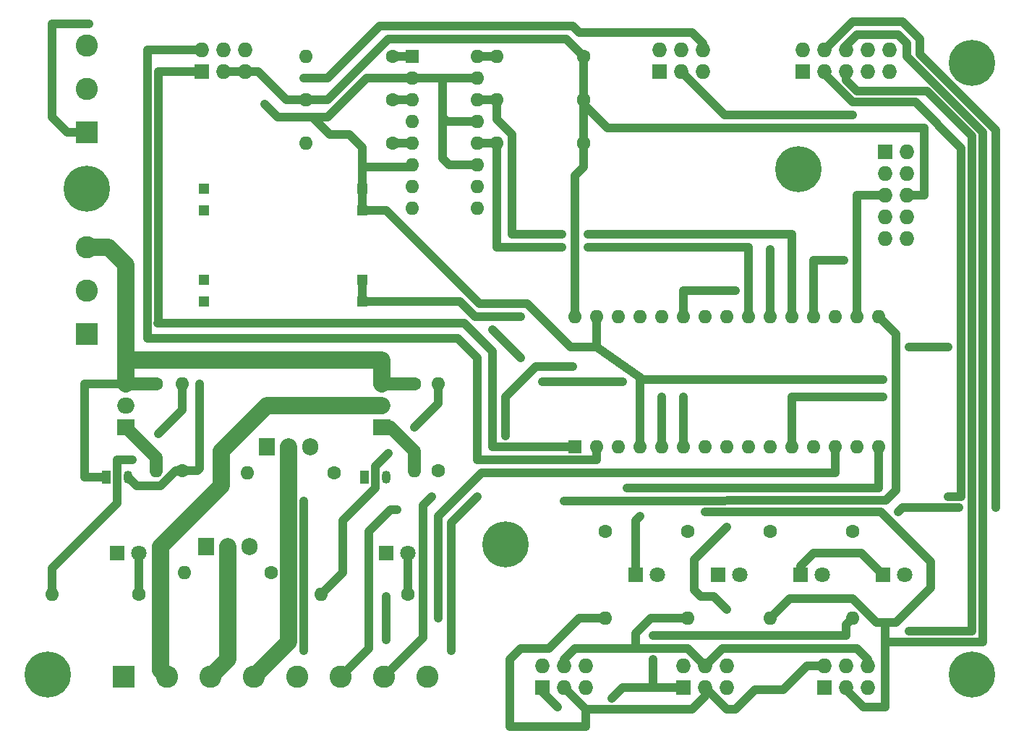
<source format=gbl>
G04 #@! TF.FileFunction,Copper,L2,Bot,Signal*
%FSLAX46Y46*%
G04 Gerber Fmt 4.6, Leading zero omitted, Abs format (unit mm)*
G04 Created by KiCad (PCBNEW 4.0.7) date Sun Dec 23 23:36:25 2018*
%MOMM*%
%LPD*%
G01*
G04 APERTURE LIST*
%ADD10C,0.100000*%
%ADD11C,5.400000*%
%ADD12R,1.600000X1.600000*%
%ADD13O,1.600000X1.600000*%
%ADD14R,1.727200X1.727200*%
%ADD15O,1.727200X1.727200*%
%ADD16R,2.600000X2.600000*%
%ADD17C,2.600000*%
%ADD18O,1.050000X1.500000*%
%ADD19R,1.050000X1.500000*%
%ADD20R,2.000000X1.905000*%
%ADD21O,2.000000X1.905000*%
%ADD22C,1.600000*%
%ADD23R,1.308000X1.308000*%
%ADD24R,1.800000X1.800000*%
%ADD25C,1.800000*%
%ADD26R,1.905000X2.000000*%
%ADD27O,1.905000X2.000000*%
%ADD28C,0.600000*%
%ADD29C,1.000000*%
%ADD30C,2.000000*%
%ADD31C,1.500000*%
G04 APERTURE END LIST*
D10*
D11*
X96520000Y-83566000D03*
D12*
X153670000Y-113792000D03*
D13*
X186690000Y-98552000D03*
X156210000Y-113792000D03*
X184150000Y-98552000D03*
X158750000Y-113792000D03*
X181610000Y-98552000D03*
X161290000Y-113792000D03*
X179070000Y-98552000D03*
X163830000Y-113792000D03*
X176530000Y-98552000D03*
X166370000Y-113792000D03*
X173990000Y-98552000D03*
X168910000Y-113792000D03*
X171450000Y-98552000D03*
X171450000Y-113792000D03*
X168910000Y-98552000D03*
X173990000Y-113792000D03*
X166370000Y-98552000D03*
X176530000Y-113792000D03*
X163830000Y-98552000D03*
X179070000Y-113792000D03*
X161290000Y-98552000D03*
X181610000Y-113792000D03*
X158750000Y-98552000D03*
X184150000Y-113792000D03*
X156210000Y-98552000D03*
X186690000Y-113792000D03*
X153670000Y-98552000D03*
X189230000Y-113792000D03*
X189230000Y-98552000D03*
D14*
X149860000Y-141986000D03*
D15*
X149860000Y-139446000D03*
X152400000Y-141986000D03*
X152400000Y-139446000D03*
X154940000Y-141986000D03*
X154940000Y-139446000D03*
D14*
X182880000Y-141986000D03*
D15*
X182880000Y-139446000D03*
X185420000Y-141986000D03*
X185420000Y-139446000D03*
X187960000Y-141986000D03*
X187960000Y-139446000D03*
D14*
X180340000Y-69850000D03*
D15*
X180340000Y-67310000D03*
X182880000Y-69850000D03*
X182880000Y-67310000D03*
X185420000Y-69850000D03*
X185420000Y-67310000D03*
X187960000Y-69850000D03*
X187960000Y-67310000D03*
X190500000Y-69850000D03*
X190500000Y-67310000D03*
D14*
X163576000Y-69850000D03*
D15*
X163576000Y-67310000D03*
X166116000Y-69850000D03*
X166116000Y-67310000D03*
X168656000Y-69850000D03*
X168656000Y-67310000D03*
D14*
X189992000Y-79248000D03*
D15*
X192532000Y-79248000D03*
X189992000Y-81788000D03*
X192532000Y-81788000D03*
X189992000Y-84328000D03*
X192532000Y-84328000D03*
X189992000Y-86868000D03*
X192532000Y-86868000D03*
X189992000Y-89408000D03*
X192532000Y-89408000D03*
D14*
X109982000Y-69850000D03*
D15*
X109982000Y-67310000D03*
X112522000Y-69850000D03*
X112522000Y-67310000D03*
X115062000Y-69850000D03*
X115062000Y-67310000D03*
D14*
X166370000Y-141986000D03*
D15*
X166370000Y-139446000D03*
X168910000Y-141986000D03*
X168910000Y-139446000D03*
X171450000Y-141986000D03*
X171450000Y-139446000D03*
D16*
X96520000Y-100584000D03*
D17*
X96520000Y-95504000D03*
X96520000Y-90424000D03*
D16*
X100838000Y-140716000D03*
D17*
X105918000Y-140716000D03*
X110998000Y-140716000D03*
X116078000Y-140716000D03*
X121158000Y-140716000D03*
X126238000Y-140716000D03*
X131318000Y-140716000D03*
X136398000Y-140716000D03*
D18*
X100076000Y-117348000D03*
X101346000Y-117348000D03*
D19*
X98806000Y-117348000D03*
D20*
X101092000Y-111506000D03*
D21*
X101092000Y-108966000D03*
X101092000Y-106426000D03*
D18*
X130302000Y-117348000D03*
X131572000Y-117348000D03*
D19*
X129032000Y-117348000D03*
D20*
X131064000Y-111506000D03*
D21*
X131064000Y-108966000D03*
X131064000Y-106426000D03*
D22*
X132334000Y-68072000D03*
D13*
X122174000Y-68072000D03*
D22*
X132334000Y-73152000D03*
D13*
X122174000Y-73152000D03*
D22*
X154686000Y-68072000D03*
D13*
X144526000Y-68072000D03*
D22*
X154686000Y-78232000D03*
D13*
X144526000Y-78232000D03*
D22*
X107696000Y-116586000D03*
D13*
X107696000Y-106426000D03*
D22*
X104648000Y-106426000D03*
D13*
X104648000Y-116586000D03*
D22*
X137668000Y-116586000D03*
D13*
X137668000Y-106426000D03*
D22*
X134874000Y-106426000D03*
D13*
X134874000Y-116586000D03*
D22*
X154686000Y-73152000D03*
D13*
X144526000Y-73152000D03*
D23*
X110236000Y-83566000D03*
X110236000Y-86106000D03*
X110236000Y-94234000D03*
X110236000Y-96774000D03*
X128778000Y-96774000D03*
X128778000Y-94234000D03*
X128778000Y-86106000D03*
X128778000Y-83566000D03*
D12*
X134620000Y-68072000D03*
D13*
X142240000Y-85852000D03*
X134620000Y-70612000D03*
X142240000Y-83312000D03*
X134620000Y-73152000D03*
X142240000Y-80772000D03*
X134620000Y-75692000D03*
X142240000Y-78232000D03*
X134620000Y-78232000D03*
X142240000Y-75692000D03*
X134620000Y-80772000D03*
X142240000Y-73152000D03*
X134620000Y-83312000D03*
X142240000Y-70612000D03*
X134620000Y-85852000D03*
X142240000Y-68072000D03*
D11*
X200152000Y-68834000D03*
X200152000Y-140462000D03*
X91948000Y-140462000D03*
X179832000Y-81280000D03*
X145542000Y-125222000D03*
D24*
X170434000Y-128778000D03*
D25*
X172974000Y-128778000D03*
D24*
X189738000Y-128778000D03*
D25*
X192278000Y-128778000D03*
D24*
X160782000Y-128778000D03*
D25*
X163322000Y-128778000D03*
D24*
X180086000Y-128778000D03*
D25*
X182626000Y-128778000D03*
D24*
X131572000Y-126238000D03*
D25*
X134112000Y-126238000D03*
D24*
X100076000Y-126238000D03*
D25*
X102616000Y-126238000D03*
D22*
X166878000Y-123698000D03*
D13*
X166878000Y-133858000D03*
D22*
X186182000Y-123698000D03*
D13*
X186182000Y-133858000D03*
D22*
X157226000Y-123698000D03*
D13*
X157226000Y-133858000D03*
D22*
X176530000Y-123698000D03*
D13*
X176530000Y-133858000D03*
D22*
X134112000Y-131064000D03*
D13*
X123952000Y-131064000D03*
D22*
X102616000Y-131064000D03*
D13*
X92456000Y-131064000D03*
D26*
X117602000Y-113792000D03*
D27*
X120142000Y-113792000D03*
X122682000Y-113792000D03*
D26*
X110490000Y-125476000D03*
D27*
X113030000Y-125476000D03*
X115570000Y-125476000D03*
D22*
X125476000Y-116840000D03*
D13*
X115316000Y-116840000D03*
D22*
X118110000Y-128524000D03*
D13*
X107950000Y-128524000D03*
D22*
X132334000Y-78232000D03*
D13*
X122174000Y-78232000D03*
D16*
X96520000Y-76962000D03*
D17*
X96520000Y-71882000D03*
X96520000Y-66802000D03*
D28*
X185166000Y-91948000D03*
X117348000Y-73660000D03*
X131572000Y-136398000D03*
X131572000Y-131318000D03*
X161290000Y-121920000D03*
X189738000Y-105918000D03*
X155194000Y-88900000D03*
X152146000Y-88900000D03*
X163830000Y-107950000D03*
X176530000Y-90678000D03*
X186182000Y-74930000D03*
X166370000Y-107950000D03*
X159258000Y-106172000D03*
X149860000Y-106172000D03*
X155194000Y-90424000D03*
X152146000Y-90424000D03*
X168910000Y-121412000D03*
X197358000Y-102108000D03*
X192786000Y-102108000D03*
X171450000Y-137414000D03*
X171450000Y-123190000D03*
X171450000Y-132842000D03*
X197358000Y-119634000D03*
X192786000Y-135382000D03*
X173990000Y-135890000D03*
X162814000Y-135890000D03*
X162814000Y-138684000D03*
X185420000Y-135890000D03*
X157988000Y-143256000D03*
X151638000Y-144272000D03*
X172466000Y-95504000D03*
X191516000Y-121412000D03*
X198628000Y-120904000D03*
X202946000Y-120904000D03*
X189738000Y-107950000D03*
X137668000Y-133858000D03*
X147320000Y-103378000D03*
X144018000Y-100076000D03*
X153670000Y-92710000D03*
X147320000Y-98552000D03*
X126238000Y-71628000D03*
X159766000Y-118618000D03*
X131826000Y-114554000D03*
X134874000Y-111506000D03*
X152400000Y-120142000D03*
X101854000Y-115316000D03*
X104902000Y-112268000D03*
X96774000Y-64262000D03*
X109728000Y-106426000D03*
X132842000Y-121158000D03*
X136906000Y-119634000D03*
X121920000Y-70612000D03*
X121920000Y-120142000D03*
X121920000Y-137668000D03*
X139192000Y-137668000D03*
X142240000Y-119634000D03*
X145542000Y-112522000D03*
X153416000Y-104394000D03*
D29*
X105918000Y-99314000D02*
X104832002Y-99314000D01*
X144018000Y-102616000D02*
X140716000Y-99314000D01*
X140716000Y-99314000D02*
X105918000Y-99314000D01*
X153670000Y-113792000D02*
X144018000Y-113792000D01*
X144018000Y-113792000D02*
X144018000Y-102616000D01*
X104902000Y-69850000D02*
X109982000Y-69850000D01*
X104902000Y-99244002D02*
X104902000Y-69850000D01*
X104832002Y-99314000D02*
X104902000Y-99244002D01*
X189992000Y-84328000D02*
X186690000Y-84328000D01*
X186690000Y-84328000D02*
X186690000Y-98552000D01*
X103632000Y-93218000D02*
X103632000Y-67310000D01*
X156210000Y-113792000D02*
X156210000Y-115316000D01*
X139954000Y-101092000D02*
X103632000Y-101092000D01*
X142240000Y-103378000D02*
X139954000Y-101092000D01*
X142240000Y-107950000D02*
X142240000Y-103378000D01*
X142257259Y-115315960D02*
X142240000Y-107950000D01*
X156210000Y-115316000D02*
X142257259Y-115315960D01*
X103632000Y-101092000D02*
X103632000Y-93218000D01*
X103632000Y-67310000D02*
X109982000Y-67310000D01*
X181610000Y-98552000D02*
X181610000Y-91948000D01*
X181610000Y-91948000D02*
X185166000Y-91948000D01*
X128778000Y-86106000D02*
X131572000Y-86106000D01*
X153162000Y-102108000D02*
X156210000Y-102108000D01*
X148082000Y-97028000D02*
X153162000Y-102108000D01*
X142494000Y-97028000D02*
X148082000Y-97028000D01*
X131572000Y-86106000D02*
X142494000Y-97028000D01*
X128778000Y-86106000D02*
X128778000Y-83566000D01*
X128778000Y-83566000D02*
X128778000Y-81026000D01*
X122936000Y-75184000D02*
X118872000Y-75184000D01*
X118872000Y-75184000D02*
X117348000Y-73660000D01*
X128778000Y-81026000D02*
X134366000Y-81026000D01*
X134366000Y-81026000D02*
X134620000Y-80772000D01*
X180086000Y-128778000D02*
X180086000Y-127762000D01*
X187198000Y-126238000D02*
X189738000Y-128778000D01*
X181610000Y-126238000D02*
X187198000Y-126238000D01*
X180086000Y-127762000D02*
X181610000Y-126238000D01*
X131572000Y-131318000D02*
X131572000Y-136398000D01*
X160782000Y-122428000D02*
X160782000Y-128778000D01*
X161290000Y-121920000D02*
X160782000Y-122428000D01*
X128778000Y-81026000D02*
X128778000Y-78740000D01*
X124968000Y-77216000D02*
X122936000Y-75184000D01*
X127254000Y-77216000D02*
X124968000Y-77216000D01*
X128778000Y-78740000D02*
X127254000Y-77216000D01*
X161290000Y-105918000D02*
X189738000Y-105918000D01*
X161290000Y-113792000D02*
X161290000Y-105918000D01*
X161290000Y-105918000D02*
X161290000Y-105664000D01*
X161290000Y-105664000D02*
X156210000Y-102108000D01*
X156210000Y-98552000D02*
X156210000Y-102108000D01*
X129286000Y-70612000D02*
X124714000Y-75184000D01*
X134620000Y-70612000D02*
X129286000Y-70612000D01*
X124714000Y-75184000D02*
X122936000Y-75184000D01*
X142240000Y-80772000D02*
X138938000Y-80772000D01*
X138176000Y-80010000D02*
X138176000Y-75184000D01*
X138938000Y-80772000D02*
X138176000Y-80010000D01*
X142240000Y-75692000D02*
X138684000Y-75692000D01*
X138176000Y-75184000D02*
X138176000Y-70612000D01*
X138684000Y-75692000D02*
X138176000Y-75184000D01*
X134620000Y-70612000D02*
X138176000Y-70612000D01*
X138176000Y-70612000D02*
X142240000Y-70612000D01*
X146304000Y-88900000D02*
X152146000Y-88900000D01*
X144526000Y-75438000D02*
X146304000Y-77216000D01*
X146304000Y-77216000D02*
X146304000Y-88900000D01*
X144526000Y-73152000D02*
X144526000Y-75438000D01*
X179070000Y-88900000D02*
X179070000Y-98552000D01*
X155194000Y-88900000D02*
X179070000Y-88900000D01*
X142240000Y-73152000D02*
X144526000Y-73152000D01*
X163830000Y-113792000D02*
X163830000Y-107950000D01*
X186182000Y-74930000D02*
X171196000Y-74930000D01*
X176530000Y-98552000D02*
X176530000Y-90678000D01*
X171196000Y-74930000D02*
X166116000Y-69850000D01*
X166370000Y-107950000D02*
X166370000Y-113792000D01*
X149860000Y-106172000D02*
X159258000Y-106172000D01*
X144526000Y-78232000D02*
X144526000Y-90424000D01*
X173990000Y-90424000D02*
X173990000Y-98552000D01*
X155194000Y-90424000D02*
X173990000Y-90424000D01*
X144526000Y-90424000D02*
X152146000Y-90424000D01*
X142240000Y-78232000D02*
X144526000Y-78232000D01*
X177800000Y-132588000D02*
X178816000Y-131572000D01*
X188976000Y-134366000D02*
X187198000Y-132588000D01*
X176530000Y-133858000D02*
X177800000Y-132588000D01*
X188976000Y-134366000D02*
X189992000Y-134366000D01*
X186182000Y-131572000D02*
X187198000Y-132588000D01*
X178816000Y-131572000D02*
X186182000Y-131572000D01*
X201422000Y-78232000D02*
X201422000Y-91186000D01*
X201422000Y-91186000D02*
X201422000Y-136652000D01*
X201422000Y-136652000D02*
X189992000Y-136652000D01*
X189992000Y-134366000D02*
X191262000Y-134366000D01*
X195326000Y-127254000D02*
X189484000Y-121412000D01*
X195326000Y-130302000D02*
X195326000Y-127254000D01*
X191262000Y-134366000D02*
X195326000Y-130302000D01*
X201422000Y-78232000D02*
X201422000Y-76962000D01*
X186690000Y-65532000D02*
X185420000Y-66802000D01*
X186690000Y-65532000D02*
X191516000Y-65532000D01*
X191516000Y-65532000D02*
X192532000Y-66548000D01*
X192532000Y-68072000D02*
X192532000Y-66548000D01*
X201422000Y-76962000D02*
X192532000Y-68072000D01*
X201422000Y-77908002D02*
X201422000Y-78232000D01*
X189992000Y-134366000D02*
X189992000Y-136652000D01*
X189992000Y-136652000D02*
X189992000Y-137922000D01*
X185420000Y-67310000D02*
X185420000Y-66802000D01*
X168910000Y-121412000D02*
X189484000Y-121412000D01*
X187452000Y-144272000D02*
X185420000Y-142240000D01*
X189992000Y-144272000D02*
X187452000Y-144272000D01*
X189992000Y-134366000D02*
X189992000Y-137922000D01*
X189992000Y-137922000D02*
X189992000Y-144272000D01*
X185420000Y-142240000D02*
X185420000Y-141986000D01*
X185420000Y-141986000D02*
X185420000Y-142240000D01*
X197358000Y-102108000D02*
X192786000Y-102108000D01*
X160782000Y-137414000D02*
X160782000Y-135636000D01*
X160782000Y-135636000D02*
X162560000Y-133858000D01*
X162560000Y-133858000D02*
X166878000Y-133858000D01*
X167640000Y-127000000D02*
X171450000Y-123190000D01*
X167640000Y-130556000D02*
X167640000Y-127000000D01*
X168402000Y-131318000D02*
X167640000Y-130556000D01*
X169926000Y-131318000D02*
X168402000Y-131318000D01*
X171450000Y-132842000D02*
X169926000Y-131318000D01*
X193548000Y-73406000D02*
X198951998Y-78809998D01*
X198951998Y-78809998D02*
X198951998Y-119634000D01*
X198951998Y-119634000D02*
X197358000Y-119634000D01*
X186182000Y-73406000D02*
X182880000Y-70104000D01*
X186182000Y-73406000D02*
X193548000Y-73406000D01*
X182880000Y-69850000D02*
X182880000Y-70104000D01*
X187960000Y-139446000D02*
X187960000Y-138684000D01*
X187960000Y-138684000D02*
X186690000Y-137414000D01*
X186690000Y-137414000D02*
X171450000Y-137414000D01*
X171450000Y-137414000D02*
X170942000Y-137414000D01*
X170942000Y-137414000D02*
X168910000Y-139446000D01*
X152400000Y-139446000D02*
X152400000Y-138684000D01*
X152400000Y-138684000D02*
X153670000Y-137414000D01*
X153670000Y-137414000D02*
X156972000Y-137414000D01*
X156972000Y-137414000D02*
X160782000Y-137414000D01*
X160782000Y-137414000D02*
X166878000Y-137414000D01*
X166878000Y-137414000D02*
X168910000Y-139446000D01*
X185420000Y-135890000D02*
X185420000Y-134620000D01*
X185420000Y-134620000D02*
X186182000Y-133858000D01*
X200152000Y-78486000D02*
X200152000Y-91440000D01*
X200152000Y-91440000D02*
X200152000Y-135382000D01*
X200152000Y-135382000D02*
X192786000Y-135382000D01*
X200152000Y-78486000D02*
X200152000Y-77389060D01*
X185420000Y-70866000D02*
X186690000Y-72136000D01*
X186690000Y-72136000D02*
X191516000Y-72136000D01*
X185420000Y-70866000D02*
X185420000Y-69850000D01*
X194898940Y-72136000D02*
X191516000Y-72136000D01*
X200152000Y-77389060D02*
X194898940Y-72136000D01*
X200152000Y-78416002D02*
X200152000Y-78486000D01*
X162814000Y-138684000D02*
X162814000Y-141986000D01*
X173990000Y-135890000D02*
X162814000Y-135890000D01*
X162814000Y-141986000D02*
X162560000Y-141986000D01*
X173990000Y-135890000D02*
X185420000Y-135890000D01*
X149860000Y-141986000D02*
X149860000Y-142494000D01*
X149860000Y-142494000D02*
X151638000Y-144272000D01*
X159258000Y-141986000D02*
X162560000Y-141986000D01*
X157988000Y-143256000D02*
X159258000Y-141986000D01*
X162560000Y-141986000D02*
X166370000Y-141986000D01*
X166370000Y-98552000D02*
X166370000Y-95504000D01*
X166370000Y-95504000D02*
X172466000Y-95504000D01*
X154940000Y-144526000D02*
X154940000Y-146558000D01*
X154178000Y-133858000D02*
X157226000Y-133858000D01*
X150622000Y-137414000D02*
X154178000Y-133858000D01*
X147320000Y-137414000D02*
X150622000Y-137414000D01*
X146050000Y-138684000D02*
X147320000Y-137414000D01*
X146050000Y-146558000D02*
X146050000Y-138684000D01*
X154940000Y-146558000D02*
X146050000Y-146558000D01*
X202946000Y-76708000D02*
X194056000Y-67818000D01*
X194056000Y-67818000D02*
X194056000Y-66040000D01*
X191516000Y-121412000D02*
X192024000Y-120904000D01*
X186182000Y-64008000D02*
X192024000Y-64008000D01*
X192024000Y-64008000D02*
X194056000Y-66040000D01*
X182880000Y-67310000D02*
X186182000Y-64008000D01*
X202946000Y-77470000D02*
X202946000Y-120904000D01*
X192024000Y-120904000D02*
X198628000Y-120904000D01*
X202946000Y-77470000D02*
X202946000Y-76708000D01*
X182880000Y-139446000D02*
X180848000Y-139446000D01*
X171450000Y-144526000D02*
X168910000Y-141986000D01*
X172466000Y-144526000D02*
X171450000Y-144526000D01*
X174752000Y-142240000D02*
X172466000Y-144526000D01*
X178054000Y-142240000D02*
X174752000Y-142240000D01*
X180848000Y-139446000D02*
X178054000Y-142240000D01*
X168910000Y-141986000D02*
X168910000Y-143002000D01*
X154940000Y-144526000D02*
X152400000Y-141986000D01*
X167386000Y-144526000D02*
X154940000Y-144526000D01*
X168910000Y-143002000D02*
X167386000Y-144526000D01*
X179070000Y-107950000D02*
X189738000Y-107950000D01*
X179070000Y-113792000D02*
X179070000Y-107950000D01*
X184150000Y-113792000D02*
X184150000Y-116840000D01*
X137668000Y-121920000D02*
X137668000Y-133858000D01*
X142748000Y-116840000D02*
X137668000Y-121920000D01*
X184150000Y-116840000D02*
X142748000Y-116840000D01*
X144018000Y-100076000D02*
X147320000Y-103378000D01*
X142240000Y-68072000D02*
X144526000Y-68072000D01*
X115062000Y-69850000D02*
X116586000Y-69850000D01*
X119888000Y-73152000D02*
X122174000Y-73152000D01*
X116586000Y-69850000D02*
X119888000Y-73152000D01*
X128778000Y-96774000D02*
X140208000Y-96774000D01*
X153670000Y-92710000D02*
X153670000Y-92964000D01*
X141986000Y-98552000D02*
X147320000Y-98552000D01*
X140208000Y-96774000D02*
X141986000Y-98552000D01*
X128778000Y-94234000D02*
X128778000Y-96774000D01*
X115062000Y-69850000D02*
X112522000Y-69850000D01*
X192532000Y-84328000D02*
X194564000Y-84328000D01*
X157480000Y-76454000D02*
X154686000Y-73660000D01*
X194564000Y-76454000D02*
X157480000Y-76454000D01*
X194564000Y-84328000D02*
X194564000Y-76454000D01*
X154686000Y-73660000D02*
X154686000Y-73152000D01*
X153670000Y-98552000D02*
X153670000Y-92964000D01*
X153670000Y-92964000D02*
X153670000Y-82042000D01*
X154686000Y-81026000D02*
X154686000Y-78232000D01*
X153670000Y-82042000D02*
X154686000Y-81026000D01*
X122174000Y-73152000D02*
X124714000Y-73152000D01*
X124714000Y-73152000D02*
X126238000Y-71628000D01*
X152654000Y-66040000D02*
X154686000Y-68072000D01*
X131826000Y-66040000D02*
X152654000Y-66040000D01*
X126238000Y-71628000D02*
X131826000Y-66040000D01*
X154686000Y-73152000D02*
X154686000Y-68072000D01*
X154686000Y-78232000D02*
X154686000Y-73152000D01*
X159766000Y-118618000D02*
X189230000Y-118618000D01*
X189230000Y-113792000D02*
X189230000Y-118618000D01*
X130302000Y-117348000D02*
X130302000Y-118618000D01*
X126492000Y-128524000D02*
X123952000Y-131064000D01*
X126492000Y-122428000D02*
X126492000Y-128524000D01*
X130302000Y-118618000D02*
X126492000Y-122428000D01*
X137668000Y-106426000D02*
X137668000Y-108712000D01*
X130302000Y-116078000D02*
X130302000Y-117348000D01*
X131826000Y-114554000D02*
X130302000Y-116078000D01*
X137668000Y-108712000D02*
X134874000Y-111506000D01*
X191262000Y-118872000D02*
X191262000Y-100584000D01*
X190119000Y-120015000D02*
X191262000Y-118872000D01*
X152400000Y-120142000D02*
X190119000Y-120015000D01*
X189230000Y-98552000D02*
X191262000Y-100584000D01*
X100076000Y-117348000D02*
X100076000Y-120396000D01*
X100076000Y-120396000D02*
X92456000Y-128016000D01*
X92456000Y-128016000D02*
X92456000Y-131064000D01*
X107696000Y-106426000D02*
X107696000Y-109474000D01*
X100076000Y-115316000D02*
X100076000Y-117348000D01*
X101854000Y-115316000D02*
X100076000Y-115316000D01*
X107696000Y-109474000D02*
X104902000Y-112268000D01*
X94234000Y-76962000D02*
X96520000Y-76962000D01*
X92456000Y-75184000D02*
X94234000Y-76962000D01*
X92456000Y-64262000D02*
X92456000Y-75184000D01*
X96774000Y-64262000D02*
X92456000Y-64262000D01*
X107696000Y-116586000D02*
X109474000Y-116586000D01*
X109474000Y-116586000D02*
X109728000Y-116332000D01*
X109728000Y-116332000D02*
X109728000Y-106426000D01*
X137668000Y-116586000D02*
X137668000Y-116840000D01*
X107696000Y-116586000D02*
X106934000Y-116586000D01*
X106934000Y-116586000D02*
X105156000Y-118364000D01*
X105156000Y-118364000D02*
X102362000Y-118364000D01*
X102362000Y-118364000D02*
X101346000Y-117348000D01*
D30*
X96520000Y-90424000D02*
X99060000Y-90424000D01*
X101092000Y-95758000D02*
X101092000Y-103378000D01*
X101092000Y-103378000D02*
X101346000Y-103632000D01*
X101092000Y-92456000D02*
X101092000Y-95758000D01*
X99060000Y-90424000D02*
X101092000Y-92456000D01*
X116332000Y-103632000D02*
X116078000Y-103632000D01*
X116078000Y-103632000D02*
X131064000Y-103632000D01*
X101346000Y-103632000D02*
X116078000Y-103632000D01*
X101092000Y-103632000D02*
X101346000Y-103886000D01*
X101346000Y-103886000D02*
X101346000Y-103632000D01*
X101092000Y-106426000D02*
X101092000Y-103632000D01*
X131064000Y-106426000D02*
X131064000Y-103632000D01*
D31*
X131064000Y-106426000D02*
X134874000Y-106426000D01*
D29*
X98806000Y-117348000D02*
X96266000Y-117348000D01*
X96266000Y-106426000D02*
X101092000Y-106426000D01*
X96266000Y-117348000D02*
X96266000Y-106426000D01*
D31*
X104648000Y-106426000D02*
X101092000Y-106426000D01*
D30*
X131064000Y-108966000D02*
X117602000Y-108966000D01*
X105156000Y-125476000D02*
X105156000Y-139954000D01*
X112268000Y-118364000D02*
X105156000Y-125476000D01*
X112268000Y-114300000D02*
X112268000Y-118364000D01*
X117602000Y-108966000D02*
X112268000Y-114300000D01*
X105156000Y-139954000D02*
X105918000Y-140716000D01*
X113030000Y-125476000D02*
X113030000Y-138684000D01*
X113030000Y-138684000D02*
X110998000Y-140716000D01*
D29*
X132842000Y-121158000D02*
X132080000Y-121158000D01*
X129540000Y-137414000D02*
X126238000Y-140716000D01*
X129540000Y-123698000D02*
X129540000Y-137414000D01*
X132080000Y-121158000D02*
X129540000Y-123698000D01*
X135890000Y-136144000D02*
X131318000Y-140716000D01*
X135890000Y-120650000D02*
X135890000Y-136144000D01*
X136906000Y-119634000D02*
X135890000Y-120650000D01*
D31*
X104648000Y-116586000D02*
X104648000Y-115062000D01*
X104648000Y-115062000D02*
X101092000Y-111506000D01*
X134874000Y-116586000D02*
X134874000Y-114300000D01*
X132080000Y-111506000D02*
X131064000Y-111506000D01*
X134874000Y-114300000D02*
X132080000Y-111506000D01*
D29*
X132334000Y-68072000D02*
X134620000Y-68072000D01*
X132334000Y-73152000D02*
X134620000Y-73152000D01*
X168656000Y-67310000D02*
X168656000Y-66548000D01*
X168656000Y-66548000D02*
X167386000Y-65278000D01*
X167386000Y-65278000D02*
X154178000Y-65278000D01*
X154178000Y-65278000D02*
X153416000Y-64516000D01*
X153416000Y-64516000D02*
X130810000Y-64516000D01*
X130810000Y-64516000D02*
X124714000Y-70612000D01*
X124714000Y-70612000D02*
X121920000Y-70612000D01*
X134112000Y-126238000D02*
X134112000Y-131064000D01*
X102616000Y-126238000D02*
X102616000Y-131064000D01*
X121920000Y-137668000D02*
X121920000Y-120142000D01*
X139192000Y-122682000D02*
X139192000Y-137668000D01*
X142240000Y-119634000D02*
X139192000Y-122682000D01*
X145542000Y-107950000D02*
X145542000Y-112522000D01*
X149098000Y-104394000D02*
X145542000Y-107950000D01*
X153416000Y-104394000D02*
X149098000Y-104394000D01*
D30*
X120142000Y-123952000D02*
X120142000Y-136652000D01*
X120142000Y-113792000D02*
X120142000Y-123952000D01*
X120142000Y-136652000D02*
X116078000Y-140716000D01*
D29*
X132334000Y-78232000D02*
X134620000Y-78232000D01*
M02*

</source>
